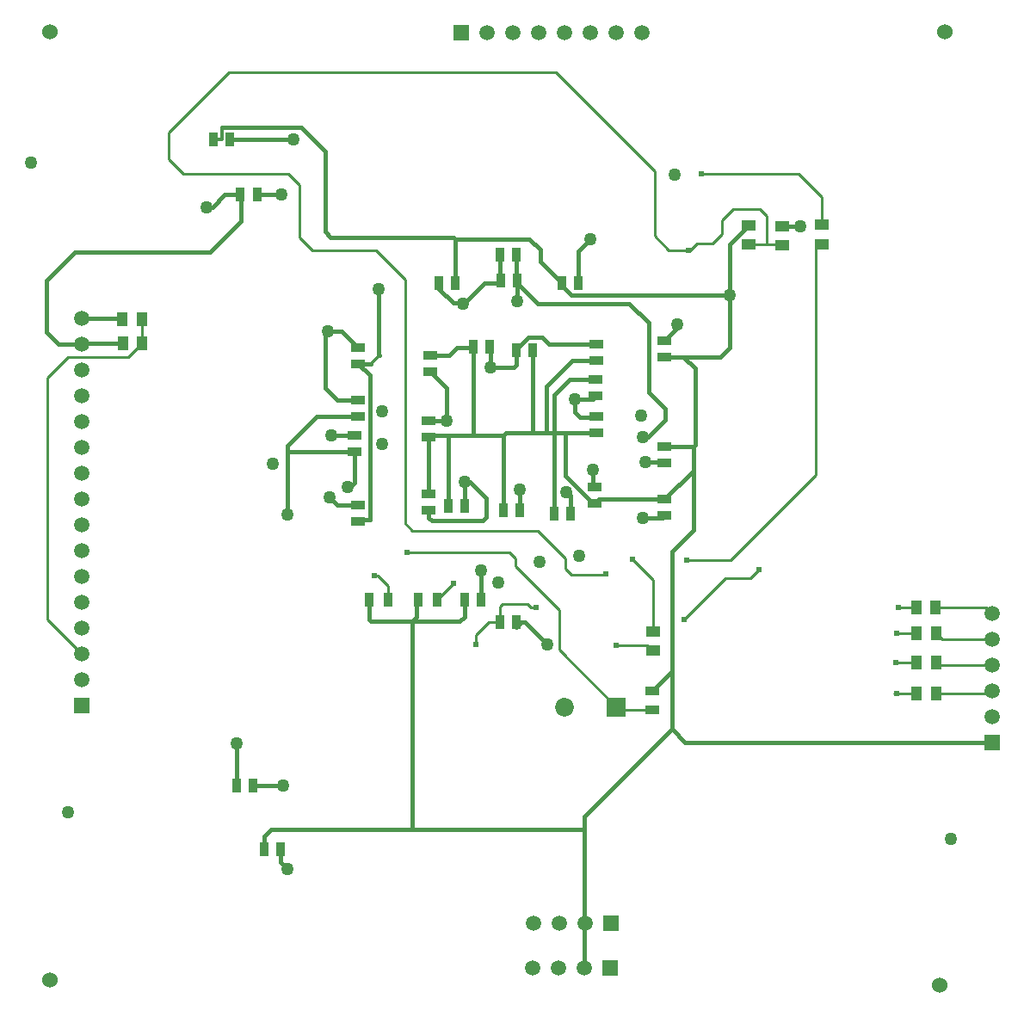
<source format=gbl>
G04*
G04 #@! TF.GenerationSoftware,Altium Limited,Altium Designer,18.0.7 (293)*
G04*
G04 Layer_Physical_Order=4*
G04 Layer_Color=16711680*
%FSLAX25Y25*%
%MOIN*%
G70*
G01*
G75*
%ADD16C,0.01000*%
%ADD54C,0.01575*%
%ADD55C,0.01181*%
%ADD58C,0.06000*%
%ADD59C,0.05906*%
%ADD60R,0.05906X0.05906*%
%ADD61R,0.05906X0.05906*%
%ADD62R,0.07284X0.07284*%
%ADD63C,0.07284*%
%ADD64C,0.05000*%
%ADD65C,0.02402*%
%ADD74R,0.03780X0.05472*%
%ADD75R,0.05472X0.03780*%
%ADD76R,0.03740X0.05512*%
%ADD77R,0.05709X0.03937*%
%ADD78R,0.05512X0.03740*%
%ADD79R,0.03937X0.05709*%
D16*
X279066Y179366D02*
X312146Y212446D01*
Y300251D01*
X343000Y139500D02*
X351160D01*
X277000Y172300D02*
X286800D01*
X261000Y156300D02*
X277000Y172300D01*
X262000Y179400D02*
X279033D01*
X279066Y179366D01*
X165440Y163900D02*
X171740Y170200D01*
X141200Y173300D02*
X142400D01*
X146400Y169300D01*
X240966Y179700D02*
X248933Y171733D01*
X217400Y173700D02*
X230354D01*
X230654Y174000D01*
X193500Y182200D02*
X195800Y179900D01*
Y176900D02*
Y179900D01*
X153700Y182200D02*
X193500D01*
X263000Y299000D02*
X266100Y302100D01*
X61500Y345100D02*
X84700Y368300D01*
X211400D02*
X249600Y330100D01*
X84700Y368300D02*
X211400D01*
X286800Y172300D02*
X290100Y175600D01*
X201700Y161000D02*
X203600D01*
X200300Y162400D02*
X201700Y161000D01*
X190800Y162400D02*
X200300D01*
X189622Y161222D02*
X190800Y162400D01*
X189622Y155200D02*
Y161222D01*
X152900Y193500D02*
X155600Y190800D01*
X152900Y193500D02*
Y288000D01*
X204400Y190800D02*
X215100Y180100D01*
X155600Y190800D02*
X204400D01*
X195800Y176900D02*
X212700Y160000D01*
Y144500D02*
Y160000D01*
Y144500D02*
X234800Y122400D01*
X215100Y176000D02*
Y180100D01*
Y176000D02*
X217400Y173700D01*
X141700Y299200D02*
X152900Y288000D01*
X117200Y299200D02*
X141700D01*
X112200Y304200D02*
X117200Y299200D01*
X112200Y304200D02*
Y324600D01*
X107700Y329100D02*
X112200Y324600D01*
X67000Y329100D02*
X107700D01*
X61500Y334600D02*
X67000Y329100D01*
X61500Y334600D02*
Y345100D01*
X146400Y164100D02*
Y169300D01*
X249600Y304900D02*
Y330100D01*
X180300Y146500D02*
Y150200D01*
X185300Y155200D01*
X189622D01*
X165440Y163900D02*
Y164840D01*
X234800Y122400D02*
X235940Y121260D01*
X248736D01*
X246733Y146400D02*
X248933Y144200D01*
X234700Y146400D02*
X246733D01*
X248933Y151680D02*
Y171733D01*
X249600Y304900D02*
X255100Y299400D01*
X262600D01*
X312146Y300251D02*
X313614Y301720D01*
X267700Y329100D02*
X305400D01*
X314500Y320000D01*
Y309200D02*
Y320000D01*
X313614Y301720D02*
X314500D01*
X292900Y301600D02*
X298620D01*
X286000D02*
X292900D01*
X266100Y302100D02*
X272000D01*
X275700Y305800D01*
Y311000D01*
X280100Y315400D01*
X290300D01*
X292900Y312800D01*
Y301600D02*
Y312800D01*
X298620Y301600D02*
X299000Y301220D01*
X343500Y127800D02*
X351160D01*
X342400D02*
X343500D01*
X343500Y151100D02*
X351160D01*
X344000Y161100D02*
X351060D01*
X379400Y127800D02*
X380300Y128700D01*
X358640Y127800D02*
X379400D01*
X358640Y139500D02*
X359440Y138700D01*
X380300D01*
X377900Y161100D02*
X380300Y158700D01*
X358540Y161100D02*
X377900D01*
X358640Y151100D02*
X361040Y148700D01*
X380300D01*
X51000Y263180D02*
Y272680D01*
X45800Y258000D02*
X51000Y263180D01*
X22300Y258000D02*
X45800D01*
X14400Y250100D02*
X22300Y258000D01*
X14400Y156300D02*
Y250100D01*
Y156300D02*
X27700Y143000D01*
D54*
X188722Y286800D02*
X189816Y287895D01*
X196100Y153400D02*
X197900Y155200D01*
X171595Y278906D02*
X175906D01*
X95789Y321100D02*
X95889Y321000D01*
X27800Y272900D02*
X43700D01*
X85278Y342200D02*
X109800D01*
X130700Y207700D02*
X131800D01*
X133400Y209300D01*
X196195Y286800D02*
Y297600D01*
X133400Y209300D02*
Y221285D01*
X222500Y21200D02*
Y75000D01*
X219989Y299111D02*
X224578Y303700D01*
X256300Y136304D02*
Y182700D01*
X264626Y191026D01*
X199300Y155200D02*
X208000Y146500D01*
X197900Y155200D02*
X199300D01*
X94178Y92000D02*
X105600D01*
X94078Y91900D02*
X94178Y92000D01*
X87700Y91900D02*
Y108200D01*
X142600Y259000D02*
Y284300D01*
Y259000D02*
X142900Y258700D01*
X299000Y308700D02*
X306000D01*
X246000Y217400D02*
X253148D01*
X253500Y217048D01*
X245091Y227010D02*
X247110D01*
X182400Y164100D02*
Y175200D01*
X216100Y205500D02*
X217200Y204400D01*
X215300Y205500D02*
X216100D01*
X175906Y278906D02*
X183800Y286800D01*
X95889Y321000D02*
X104900D01*
X95589Y320900D02*
X95789Y321100D01*
X76100Y316100D02*
X78300D01*
X83100Y320900D01*
X217302Y282000D02*
X278600D01*
X213611Y285691D02*
X217302Y282000D01*
X213611Y285691D02*
Y286800D01*
X166022Y284478D02*
X171595Y278906D01*
X166022Y284478D02*
Y286800D01*
X82088Y347100D02*
X112600D01*
X196500Y286494D02*
X204294Y278700D01*
X200648Y265500D02*
X206200D01*
X196100Y260951D02*
X200648Y265500D01*
X196100Y260600D02*
Y260951D01*
X206200Y265500D02*
X208800Y262900D01*
X225600Y201300D02*
X226400D01*
X215000Y211900D02*
X225600Y201300D01*
X215000Y211900D02*
Y228711D01*
X196200Y286794D02*
X196500Y286494D01*
X101100Y74900D02*
X155900D01*
X98422Y72222D02*
X101100Y74900D01*
X98422Y67300D02*
Y72222D01*
X104800Y62300D02*
X107400Y59700D01*
X104800Y62300D02*
Y67300D01*
X155800Y75000D02*
X155900Y74900D01*
X222400D01*
X89400Y310800D02*
Y321900D01*
X83100Y320900D02*
X89211D01*
X77400Y298800D02*
X89400Y310800D01*
X25200Y298800D02*
X77400D01*
X217200Y197200D02*
Y204400D01*
X225600Y208922D02*
Y214300D01*
X225378Y208700D02*
X226400Y207678D01*
X196500Y279500D02*
Y286494D01*
X183800Y286800D02*
X188722D01*
X189816Y287895D02*
Y297600D01*
X124200Y304400D02*
X171800D01*
X122000Y306600D02*
X124200Y304400D01*
X171800D02*
X172400Y303800D01*
X122000Y306600D02*
Y337700D01*
X112600Y347100D02*
X122000Y337700D01*
X134800Y255411D02*
X139611D01*
X123700Y203700D02*
X126700Y200700D01*
X162200Y195600D02*
Y198722D01*
Y195600D02*
X163300Y194500D01*
X183100D01*
X184500Y195900D01*
Y203300D01*
X178078Y209722D02*
X184500Y203300D01*
X176178Y209722D02*
X178078D01*
X139300Y194944D02*
Y250911D01*
X135422Y194944D02*
X139300D01*
X134800Y194322D02*
X135422Y194944D01*
X155800Y75000D02*
Y155500D01*
X174200D01*
X176022Y157322D01*
Y164100D01*
X157500Y157200D02*
Y163440D01*
X155800Y155500D02*
X157500Y157200D01*
X139600Y155500D02*
X155800D01*
X138920Y156180D02*
X139600Y155500D01*
X138920Y156180D02*
Y164100D01*
X107300Y223500D02*
X118848Y235048D01*
X107300Y220300D02*
Y223500D01*
Y197100D02*
Y220300D01*
X219989Y286800D02*
Y299111D01*
X126700Y200700D02*
X134800D01*
X122200Y267300D02*
X123000Y268100D01*
X122200Y245900D02*
Y267300D01*
Y245900D02*
X126674Y241426D01*
X134800D01*
X123000Y268100D02*
X128489D01*
X134800Y261789D01*
X208800Y262900D02*
X227100D01*
X186000Y253900D02*
X195100D01*
X196100Y254900D01*
Y260600D01*
X186000Y253900D02*
Y261500D01*
X247110Y227010D02*
X253700Y233600D01*
Y237900D01*
X247300Y244300D02*
X253700Y237900D01*
X247300Y244300D02*
Y271200D01*
X239800Y278700D02*
X247300Y271200D01*
X204294Y278700D02*
X239800D01*
X217822Y256522D02*
X227100D01*
X207800Y246500D02*
X217822Y256522D01*
X201100Y303800D02*
X205400Y299500D01*
X172400Y303800D02*
X201100D01*
X205400Y295011D02*
Y299500D01*
X107300Y220300D02*
X107585Y221285D01*
X133400D01*
X278600Y261700D02*
Y282000D01*
X275000Y258100D02*
X278600Y261700D01*
X258300Y269278D02*
Y270500D01*
X253500Y264478D02*
X258300Y269278D01*
X134800Y255411D02*
X139300Y250911D01*
X118848Y235048D02*
X134800D01*
X179200Y227589D02*
X191011D01*
X265300Y224100D02*
Y253500D01*
X264626Y223426D02*
X265300Y224100D01*
X260700Y258100D02*
X265300Y253500D01*
X226400Y201300D02*
X228000Y202900D01*
X13900Y267800D02*
X18700Y263000D01*
X13900Y267800D02*
Y287500D01*
X25200Y298800D01*
X18700Y263000D02*
X27700D01*
X28000Y263300D02*
X43620D01*
X222500Y75000D02*
Y80100D01*
X222400Y74900D02*
X222500Y75000D01*
X245400Y195700D02*
X252678D01*
X264626Y191026D02*
Y214026D01*
X218600Y236600D02*
X220700Y234500D01*
X218600Y241800D02*
X225600D01*
X226700Y242900D01*
X218600Y236600D02*
Y241800D01*
X220700Y234500D02*
X226311D01*
X226900Y235089D01*
X216578Y249278D02*
X226700D01*
X210600Y243300D02*
X216578Y249278D01*
X210600Y228711D02*
Y243300D01*
X207800Y228711D02*
Y246500D01*
X169178Y233278D02*
Y245844D01*
X162700Y252322D02*
X169178Y245844D01*
X173100Y261700D02*
X179022D01*
X170100Y258700D02*
X173100Y261700D01*
X162700Y258700D02*
X170100D01*
X278600Y282000D02*
Y301680D01*
X260700Y258100D02*
X275000D01*
X162689Y227589D02*
X169800D01*
Y200300D02*
Y227589D01*
X228000Y202900D02*
X253500D01*
X256300Y113900D02*
X261500Y108700D01*
X380300D01*
X256300Y113900D02*
Y136304D01*
X222500Y80100D02*
X256300Y113900D01*
X278600Y301680D02*
X286000Y309080D01*
X248736Y128740D02*
X256300Y136304D01*
X264626Y214026D02*
Y223426D01*
X253500Y202900D02*
X264626Y214026D01*
X253500Y223426D02*
X264626D01*
X253500Y258100D02*
X260700D01*
X205400Y295011D02*
X213611Y286800D01*
X172400D02*
Y303800D01*
X169800Y227589D02*
X179200D01*
X179222Y227611D02*
Y261900D01*
X207800Y228711D02*
X210600D01*
X202600D02*
X207800D01*
X192133D02*
X202600D01*
X202478Y228833D02*
Y260600D01*
X215000Y228711D02*
X226900D01*
X210600D02*
X215000D01*
X210600D02*
X210822Y228489D01*
Y197200D02*
Y228489D01*
X191011Y227589D02*
X192133Y228711D01*
X191011Y198500D02*
Y227589D01*
X162200Y205100D02*
Y226700D01*
X176178Y200300D02*
Y209722D01*
X197389Y198500D02*
Y206511D01*
X162000Y233278D02*
X169178D01*
X124337Y227663D02*
X133400D01*
D55*
X78800Y342300D02*
X81998D01*
Y347009D01*
X82088Y347100D01*
X139611Y255411D02*
X142900Y258700D01*
D58*
X362200Y383900D02*
D03*
X15500D02*
D03*
X15300Y16700D02*
D03*
X360100Y14700D02*
D03*
D59*
X202600Y38600D02*
D03*
X212600D02*
D03*
X222600D02*
D03*
X202500Y21200D02*
D03*
X212500D02*
D03*
X222500D02*
D03*
X27700Y273000D02*
D03*
Y263000D02*
D03*
Y253000D02*
D03*
Y243000D02*
D03*
Y233000D02*
D03*
Y223000D02*
D03*
Y213000D02*
D03*
Y203000D02*
D03*
Y193000D02*
D03*
Y183000D02*
D03*
Y173000D02*
D03*
Y163000D02*
D03*
Y153000D02*
D03*
Y143000D02*
D03*
Y133000D02*
D03*
X380300Y118700D02*
D03*
Y128700D02*
D03*
Y138700D02*
D03*
Y148700D02*
D03*
Y158700D02*
D03*
X244600Y383600D02*
D03*
X234600D02*
D03*
X224600D02*
D03*
X214600D02*
D03*
X204600D02*
D03*
X194600D02*
D03*
X184600D02*
D03*
D60*
X232600Y38600D02*
D03*
X232500Y21200D02*
D03*
X174600Y383600D02*
D03*
D61*
X27700Y123000D02*
D03*
X380300Y108700D02*
D03*
D62*
X234800Y122400D02*
D03*
D63*
X214800D02*
D03*
D64*
X142600Y284300D02*
D03*
X107300Y197100D02*
D03*
X101600Y216700D02*
D03*
X109800Y342200D02*
D03*
X130700Y207700D02*
D03*
X245213Y195513D02*
D03*
X224578Y303700D02*
D03*
X364442Y71443D02*
D03*
X104900Y321000D02*
D03*
X76100Y316100D02*
D03*
X208000Y146500D02*
D03*
X107400Y59700D02*
D03*
X22400Y81600D02*
D03*
X105600Y92000D02*
D03*
X87700Y108200D02*
D03*
X123000Y268100D02*
D03*
X257500Y328500D02*
D03*
X306000Y308700D02*
D03*
X278600Y282000D02*
D03*
X258300Y270500D02*
D03*
X175276Y278682D02*
D03*
X196500Y279500D02*
D03*
X246000Y217400D02*
D03*
X245091Y227010D02*
D03*
X244305Y235200D02*
D03*
X220461Y181039D02*
D03*
X204900Y178500D02*
D03*
X188900Y170700D02*
D03*
X182400Y175200D02*
D03*
X176178Y209722D02*
D03*
X197389Y206511D02*
D03*
X215300Y205500D02*
D03*
X225600Y214300D02*
D03*
X218600Y241800D02*
D03*
X186000Y253900D02*
D03*
X169178Y233278D02*
D03*
X123700Y203700D02*
D03*
X124337Y227663D02*
D03*
X144200Y224200D02*
D03*
X143900Y236900D02*
D03*
X8000Y333300D02*
D03*
D65*
X344000Y161100D02*
D03*
X343500Y151100D02*
D03*
X343000Y139500D02*
D03*
X343500Y127800D02*
D03*
X290100Y175600D02*
D03*
X261000Y156300D02*
D03*
X262000Y179400D02*
D03*
X180300Y146500D02*
D03*
X234700Y146400D02*
D03*
X171740Y170200D02*
D03*
X141200Y173300D02*
D03*
X267700Y329100D02*
D03*
X262600Y299400D02*
D03*
X203600Y161000D02*
D03*
X240966Y179700D02*
D03*
X230654Y174000D02*
D03*
X153700Y182200D02*
D03*
D74*
X189816Y297600D02*
D03*
X196195D02*
D03*
X176022Y164100D02*
D03*
X182400D02*
D03*
X196289Y287800D02*
D03*
X189911D02*
D03*
X185600Y261900D02*
D03*
X179222D02*
D03*
X176178Y200300D02*
D03*
X169800D02*
D03*
X196100Y260600D02*
D03*
X202478D02*
D03*
X197389Y198500D02*
D03*
X191011D02*
D03*
X217200Y197200D02*
D03*
X210822D02*
D03*
X166022Y286800D02*
D03*
X172400D02*
D03*
X219989D02*
D03*
X213611D02*
D03*
X189622Y155200D02*
D03*
X196000D02*
D03*
X94078Y91900D02*
D03*
X87700D02*
D03*
X85178Y342300D02*
D03*
X78800D02*
D03*
X95589Y320900D02*
D03*
X89211D02*
D03*
X104800Y67300D02*
D03*
X98422D02*
D03*
D75*
X133400Y221285D02*
D03*
Y227663D02*
D03*
X226700Y242900D02*
D03*
Y249278D02*
D03*
X162700Y252322D02*
D03*
Y258700D02*
D03*
X162200Y198722D02*
D03*
Y205100D02*
D03*
X227100Y262900D02*
D03*
Y256522D02*
D03*
X226900Y235089D02*
D03*
Y228711D02*
D03*
X226400Y207678D02*
D03*
Y201300D02*
D03*
X162000Y233278D02*
D03*
Y226900D02*
D03*
X134800Y261789D02*
D03*
Y255411D02*
D03*
X253500Y217048D02*
D03*
Y223426D02*
D03*
Y196522D02*
D03*
Y202900D02*
D03*
Y264478D02*
D03*
Y258100D02*
D03*
X134800Y200700D02*
D03*
Y194322D02*
D03*
Y241426D02*
D03*
Y235048D02*
D03*
D76*
X165440Y163900D02*
D03*
X157960D02*
D03*
X146400Y164100D02*
D03*
X138920D02*
D03*
D77*
X299000Y308700D02*
D03*
Y301220D02*
D03*
X286000Y301600D02*
D03*
Y309080D02*
D03*
X314500Y309200D02*
D03*
Y301720D02*
D03*
X248933Y151680D02*
D03*
Y144200D02*
D03*
D78*
X248736Y121260D02*
D03*
Y128740D02*
D03*
D79*
X358540Y161100D02*
D03*
X351060D02*
D03*
X358640Y139500D02*
D03*
X351160D02*
D03*
X358640Y151100D02*
D03*
X351160D02*
D03*
X358640Y127800D02*
D03*
X351160D02*
D03*
X51000Y272680D02*
D03*
X43520D02*
D03*
X51100Y263300D02*
D03*
X43620D02*
D03*
M02*

</source>
